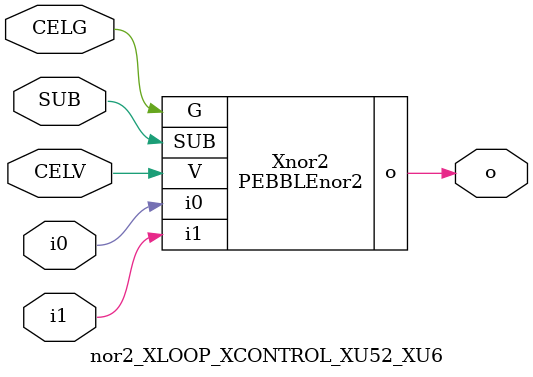
<source format=v>



module PEBBLEnor2 ( o, G, SUB, V, i0, i1 );

  input i0;
  input V;
  input i1;
  input G;
  output o;
  input SUB;
endmodule

//Celera Confidential Do Not Copy nor2_XLOOP_XCONTROL_XU52_XU6
//Celera Confidential Symbol Generator
//nor2
module nor2_XLOOP_XCONTROL_XU52_XU6 (CELV,CELG,i0,i1,o,SUB);
input CELV;
input CELG;
input i0;
input i1;
input SUB;
output o;

//Celera Confidential Do Not Copy nor2
PEBBLEnor2 Xnor2(
.V (CELV),
.i0 (i0),
.i1 (i1),
.o (o),
.SUB (SUB),
.G (CELG)
);
//,diesize,PEBBLEnor2

//Celera Confidential Do Not Copy Module End
//Celera Schematic Generator
endmodule

</source>
